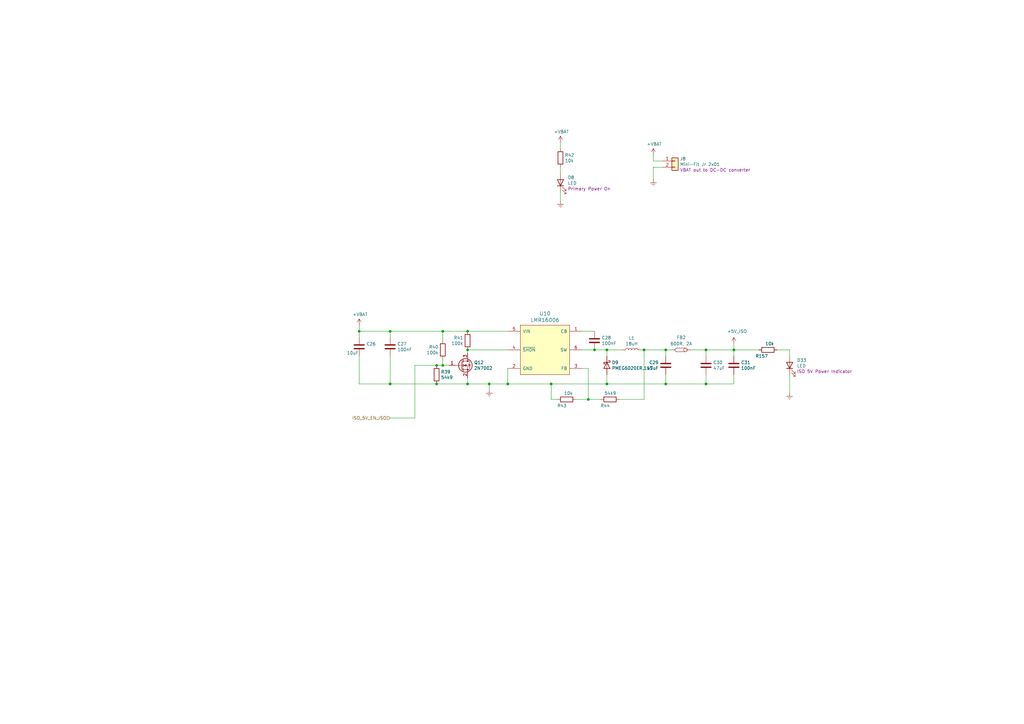
<source format=kicad_sch>
(kicad_sch (version 20211123) (generator eeschema)

  (uuid bb59b92a-e4d0-4b9e-82cd-26304f5c15b8)

  (paper "A3")

  (title_block
    (title "Loco Main Board")
    (date "2021-05-26")
    (rev "vA")
    (comment 1 "MJ")
  )

  (lib_symbols
    (symbol "RCAS_Connectors_Generic:Conn_01x02" (pin_names (offset 1.016) hide) (in_bom yes) (on_board yes)
      (property "Reference" "J" (id 0) (at 0 2.54 0)
        (effects (font (size 1.27 1.27)))
      )
      (property "Value" "Conn_01x02" (id 1) (at 0 -5.08 0)
        (effects (font (size 1.27 1.27)))
      )
      (property "Footprint" "" (id 2) (at 0 0 0)
        (effects (font (size 1.27 1.27)) hide)
      )
      (property "Datasheet" "~" (id 3) (at 0 0 0)
        (effects (font (size 1.27 1.27)) hide)
      )
      (property "ki_keywords" "connector" (id 4) (at 0 0 0)
        (effects (font (size 1.27 1.27)) hide)
      )
      (property "ki_description" "Generic connector, single row, 01x02, script generated (kicad-library-utils/schlib/autogen/connector/)" (id 5) (at 0 0 0)
        (effects (font (size 1.27 1.27)) hide)
      )
      (property "ki_fp_filters" "Connector*:*_1x??_*" (id 6) (at 0 0 0)
        (effects (font (size 1.27 1.27)) hide)
      )
      (symbol "Conn_01x02_1_1"
        (rectangle (start -1.27 -2.413) (end 0 -2.667)
          (stroke (width 0.1524) (type default) (color 0 0 0 0))
          (fill (type none))
        )
        (rectangle (start -1.27 0.127) (end 0 -0.127)
          (stroke (width 0.1524) (type default) (color 0 0 0 0))
          (fill (type none))
        )
        (rectangle (start -1.27 1.27) (end 1.27 -3.81)
          (stroke (width 0.254) (type default) (color 0 0 0 0))
          (fill (type background))
        )
        (pin passive line (at -5.08 0 0) (length 3.81)
          (name "Pin_1" (effects (font (size 1.27 1.27))))
          (number "1" (effects (font (size 1.27 1.27))))
        )
        (pin passive line (at -5.08 -2.54 0) (length 3.81)
          (name "Pin_2" (effects (font (size 1.27 1.27))))
          (number "2" (effects (font (size 1.27 1.27))))
        )
      )
    )
    (symbol "RCAS_Diodes:D_Schottky" (pin_numbers hide) (pin_names (offset 1.016) hide) (in_bom yes) (on_board yes)
      (property "Reference" "D" (id 0) (at 0 2.54 0)
        (effects (font (size 1.27 1.27)))
      )
      (property "Value" "D_Schottky" (id 1) (at 0 -2.54 0)
        (effects (font (size 1.27 1.27)))
      )
      (property "Footprint" "" (id 2) (at 0 0 0)
        (effects (font (size 1.27 1.27)) hide)
      )
      (property "Datasheet" "~" (id 3) (at 0 0 0)
        (effects (font (size 1.27 1.27)) hide)
      )
      (property "ki_keywords" "diode Schottky" (id 4) (at 0 0 0)
        (effects (font (size 1.27 1.27)) hide)
      )
      (property "ki_description" "Schottky diode" (id 5) (at 0 0 0)
        (effects (font (size 1.27 1.27)) hide)
      )
      (property "ki_fp_filters" "TO-???* *_Diode_* *SingleDiode* D_*" (id 6) (at 0 0 0)
        (effects (font (size 1.27 1.27)) hide)
      )
      (symbol "D_Schottky_0_1"
        (polyline
          (pts
            (xy 1.27 0)
            (xy -1.27 0)
          )
          (stroke (width 0) (type default) (color 0 0 0 0))
          (fill (type none))
        )
        (polyline
          (pts
            (xy 1.27 1.27)
            (xy 1.27 -1.27)
            (xy -1.27 0)
            (xy 1.27 1.27)
          )
          (stroke (width 0.254) (type default) (color 0 0 0 0))
          (fill (type none))
        )
        (polyline
          (pts
            (xy -1.905 0.635)
            (xy -1.905 1.27)
            (xy -1.27 1.27)
            (xy -1.27 -1.27)
            (xy -0.635 -1.27)
            (xy -0.635 -0.635)
          )
          (stroke (width 0.254) (type default) (color 0 0 0 0))
          (fill (type none))
        )
      )
      (symbol "D_Schottky_1_1"
        (pin passive line (at -3.81 0 0) (length 2.54)
          (name "K" (effects (font (size 1.27 1.27))))
          (number "1" (effects (font (size 1.27 1.27))))
        )
        (pin passive line (at 3.81 0 180) (length 2.54)
          (name "A" (effects (font (size 1.27 1.27))))
          (number "2" (effects (font (size 1.27 1.27))))
        )
      )
    )
    (symbol "RCAS_FETs:Q_NMOS_GSD" (pin_names (offset 0) hide) (in_bom yes) (on_board yes)
      (property "Reference" "Q" (id 0) (at 5.08 1.27 0)
        (effects (font (size 1.27 1.27)) (justify left))
      )
      (property "Value" "Q_NMOS_GSD" (id 1) (at 5.08 -1.27 0)
        (effects (font (size 1.27 1.27)) (justify left))
      )
      (property "Footprint" "" (id 2) (at 5.08 2.54 0)
        (effects (font (size 1.27 1.27)) hide)
      )
      (property "Datasheet" "~" (id 3) (at 0 0 0)
        (effects (font (size 1.27 1.27)) hide)
      )
      (property "ki_keywords" "transistor NMOS N-MOS N-MOSFET" (id 4) (at 0 0 0)
        (effects (font (size 1.27 1.27)) hide)
      )
      (property "ki_description" "N-MOSFET transistor, gate/source/drain" (id 5) (at 0 0 0)
        (effects (font (size 1.27 1.27)) hide)
      )
      (symbol "Q_NMOS_GSD_0_1"
        (polyline
          (pts
            (xy 0.254 0)
            (xy -2.54 0)
          )
          (stroke (width 0) (type default) (color 0 0 0 0))
          (fill (type none))
        )
        (polyline
          (pts
            (xy 0.254 1.905)
            (xy 0.254 -1.905)
          )
          (stroke (width 0.254) (type default) (color 0 0 0 0))
          (fill (type none))
        )
        (polyline
          (pts
            (xy 0.762 -1.27)
            (xy 0.762 -2.286)
          )
          (stroke (width 0.254) (type default) (color 0 0 0 0))
          (fill (type none))
        )
        (polyline
          (pts
            (xy 0.762 0.508)
            (xy 0.762 -0.508)
          )
          (stroke (width 0.254) (type default) (color 0 0 0 0))
          (fill (type none))
        )
        (polyline
          (pts
            (xy 0.762 2.286)
            (xy 0.762 1.27)
          )
          (stroke (width 0.254) (type default) (color 0 0 0 0))
          (fill (type none))
        )
        (polyline
          (pts
            (xy 2.54 2.54)
            (xy 2.54 1.778)
          )
          (stroke (width 0) (type default) (color 0 0 0 0))
          (fill (type none))
        )
        (polyline
          (pts
            (xy 2.54 -2.54)
            (xy 2.54 0)
            (xy 0.762 0)
          )
          (stroke (width 0) (type default) (color 0 0 0 0))
          (fill (type none))
        )
        (polyline
          (pts
            (xy 0.762 -1.778)
            (xy 3.302 -1.778)
            (xy 3.302 1.778)
            (xy 0.762 1.778)
          )
          (stroke (width 0) (type default) (color 0 0 0 0))
          (fill (type none))
        )
        (polyline
          (pts
            (xy 1.016 0)
            (xy 2.032 0.381)
            (xy 2.032 -0.381)
            (xy 1.016 0)
          )
          (stroke (width 0) (type default) (color 0 0 0 0))
          (fill (type outline))
        )
        (polyline
          (pts
            (xy 2.794 0.508)
            (xy 2.921 0.381)
            (xy 3.683 0.381)
            (xy 3.81 0.254)
          )
          (stroke (width 0) (type default) (color 0 0 0 0))
          (fill (type none))
        )
        (polyline
          (pts
            (xy 3.302 0.381)
            (xy 2.921 -0.254)
            (xy 3.683 -0.254)
            (xy 3.302 0.381)
          )
          (stroke (width 0) (type default) (color 0 0 0 0))
          (fill (type none))
        )
        (circle (center 1.651 0) (radius 2.794)
          (stroke (width 0.254) (type default) (color 0 0 0 0))
          (fill (type none))
        )
        (circle (center 2.54 -1.778) (radius 0.254)
          (stroke (width 0) (type default) (color 0 0 0 0))
          (fill (type outline))
        )
        (circle (center 2.54 1.778) (radius 0.254)
          (stroke (width 0) (type default) (color 0 0 0 0))
          (fill (type outline))
        )
      )
      (symbol "Q_NMOS_GSD_1_1"
        (pin input line (at -5.08 0 0) (length 2.54)
          (name "G" (effects (font (size 1.27 1.27))))
          (number "1" (effects (font (size 1.27 1.27))))
        )
        (pin passive line (at 2.54 -5.08 90) (length 2.54)
          (name "S" (effects (font (size 1.27 1.27))))
          (number "2" (effects (font (size 1.27 1.27))))
        )
        (pin passive line (at 2.54 5.08 270) (length 2.54)
          (name "D" (effects (font (size 1.27 1.27))))
          (number "3" (effects (font (size 1.27 1.27))))
        )
      )
    )
    (symbol "RCAS_LEDs:LED" (pin_numbers hide) (pin_names (offset 1.016) hide) (in_bom yes) (on_board yes)
      (property "Reference" "D" (id 0) (at 0 2.54 0)
        (effects (font (size 1.27 1.27)))
      )
      (property "Value" "LED" (id 1) (at 0 -2.54 0)
        (effects (font (size 1.27 1.27)))
      )
      (property "Footprint" "" (id 2) (at 0 0 0)
        (effects (font (size 1.27 1.27)) hide)
      )
      (property "Datasheet" "~" (id 3) (at 0 0 0)
        (effects (font (size 1.27 1.27)) hide)
      )
      (property "ki_keywords" "LED diode" (id 4) (at 0 0 0)
        (effects (font (size 1.27 1.27)) hide)
      )
      (property "ki_description" "Light emitting diode" (id 5) (at 0 0 0)
        (effects (font (size 1.27 1.27)) hide)
      )
      (property "ki_fp_filters" "LED* LED_SMD:* LED_THT:*" (id 6) (at 0 0 0)
        (effects (font (size 1.27 1.27)) hide)
      )
      (symbol "LED_0_1"
        (polyline
          (pts
            (xy -1.27 -1.27)
            (xy -1.27 1.27)
          )
          (stroke (width 0.254) (type default) (color 0 0 0 0))
          (fill (type none))
        )
        (polyline
          (pts
            (xy -1.27 0)
            (xy 1.27 0)
          )
          (stroke (width 0) (type default) (color 0 0 0 0))
          (fill (type none))
        )
        (polyline
          (pts
            (xy 1.27 -1.27)
            (xy 1.27 1.27)
            (xy -1.27 0)
            (xy 1.27 -1.27)
          )
          (stroke (width 0.254) (type default) (color 0 0 0 0))
          (fill (type none))
        )
        (polyline
          (pts
            (xy -3.048 -0.762)
            (xy -4.572 -2.286)
            (xy -3.81 -2.286)
            (xy -4.572 -2.286)
            (xy -4.572 -1.524)
          )
          (stroke (width 0) (type default) (color 0 0 0 0))
          (fill (type none))
        )
        (polyline
          (pts
            (xy -1.778 -0.762)
            (xy -3.302 -2.286)
            (xy -2.54 -2.286)
            (xy -3.302 -2.286)
            (xy -3.302 -1.524)
          )
          (stroke (width 0) (type default) (color 0 0 0 0))
          (fill (type none))
        )
      )
      (symbol "LED_1_1"
        (pin passive line (at -3.81 0 0) (length 2.54)
          (name "K" (effects (font (size 1.27 1.27))))
          (number "1" (effects (font (size 1.27 1.27))))
        )
        (pin passive line (at 3.81 0 180) (length 2.54)
          (name "A" (effects (font (size 1.27 1.27))))
          (number "2" (effects (font (size 1.27 1.27))))
        )
      )
    )
    (symbol "RCAS_Passives:Capacitor" (pin_numbers hide) (pin_names (offset 0.254)) (in_bom yes) (on_board yes)
      (property "Reference" "C" (id 0) (at 0.635 2.54 0)
        (effects (font (size 1.27 1.27)) (justify left))
      )
      (property "Value" "Capacitor" (id 1) (at 0.635 -2.54 0)
        (effects (font (size 1.27 1.27)) (justify left))
      )
      (property "Footprint" "" (id 2) (at 0.9652 -3.81 0)
        (effects (font (size 1.27 1.27)) hide)
      )
      (property "Datasheet" "~" (id 3) (at 0 0 0)
        (effects (font (size 1.27 1.27)) hide)
      )
      (property "ki_keywords" "cap capacitor" (id 4) (at 0 0 0)
        (effects (font (size 1.27 1.27)) hide)
      )
      (property "ki_description" "Unpolarized capacitor" (id 5) (at 0 0 0)
        (effects (font (size 1.27 1.27)) hide)
      )
      (property "ki_fp_filters" "C_*" (id 6) (at 0 0 0)
        (effects (font (size 1.27 1.27)) hide)
      )
      (symbol "Capacitor_0_1"
        (polyline
          (pts
            (xy -2.032 -0.762)
            (xy 2.032 -0.762)
          )
          (stroke (width 0.508) (type default) (color 0 0 0 0))
          (fill (type none))
        )
        (polyline
          (pts
            (xy -2.032 0.762)
            (xy 2.032 0.762)
          )
          (stroke (width 0.508) (type default) (color 0 0 0 0))
          (fill (type none))
        )
      )
      (symbol "Capacitor_1_1"
        (pin passive line (at 0 3.81 270) (length 2.794)
          (name "~" (effects (font (size 1.27 1.27))))
          (number "1" (effects (font (size 1.27 1.27))))
        )
        (pin passive line (at 0 -3.81 90) (length 2.794)
          (name "~" (effects (font (size 1.27 1.27))))
          (number "2" (effects (font (size 1.27 1.27))))
        )
      )
    )
    (symbol "RCAS_Passives:Ferrite_Bead" (pin_numbers hide) (pin_names (offset 0)) (in_bom yes) (on_board yes)
      (property "Reference" "FB" (id 0) (at -1.905 0.635 90)
        (effects (font (size 1.27 1.27)))
      )
      (property "Value" "Ferrite_Bead" (id 1) (at 1.905 0.635 90)
        (effects (font (size 1.27 1.27)))
      )
      (property "Footprint" "" (id 2) (at -3.048 1.27 90)
        (effects (font (size 1.27 1.27)) hide)
      )
      (property "Datasheet" "~" (id 3) (at -1.27 1.27 0)
        (effects (font (size 1.27 1.27)) hide)
      )
      (property "ki_keywords" "L ferrite bead inductor filter" (id 4) (at 0 0 0)
        (effects (font (size 1.27 1.27)) hide)
      )
      (property "ki_description" "Ferrite bead" (id 5) (at 0 0 0)
        (effects (font (size 1.27 1.27)) hide)
      )
      (property "ki_fp_filters" "Inductor_* L_* *Ferrite*" (id 6) (at 0 0 0)
        (effects (font (size 1.27 1.27)) hide)
      )
      (symbol "Ferrite_Bead_0_1"
        (arc (start -0.762 -1.778) (mid 0 -2.54) (end 0.762 -1.778)
          (stroke (width 0) (type default) (color 0 0 0 0))
          (fill (type none))
        )
        (polyline
          (pts
            (xy -0.762 -1.778)
            (xy -0.762 1.778)
          )
          (stroke (width 0) (type default) (color 0 0 0 0))
          (fill (type none))
        )
        (polyline
          (pts
            (xy 0.762 -1.778)
            (xy 0.762 1.778)
          )
          (stroke (width 0) (type default) (color 0 0 0 0))
          (fill (type none))
        )
        (circle (center 0 1.778) (radius 0.762)
          (stroke (width 0) (type default) (color 0 0 0 0))
          (fill (type none))
        )
      )
      (symbol "Ferrite_Bead_1_1"
        (pin passive line (at 0 3.81 270) (length 2.032)
          (name "~" (effects (font (size 1.27 1.27))))
          (number "1" (effects (font (size 1.27 1.27))))
        )
        (pin passive line (at 0 -3.81 90) (length 1.27)
          (name "~" (effects (font (size 1.27 1.27))))
          (number "2" (effects (font (size 1.27 1.27))))
        )
      )
    )
    (symbol "RCAS_Passives:Inductor" (pin_numbers hide) (pin_names (offset 1.016) hide) (in_bom yes) (on_board yes)
      (property "Reference" "L" (id 0) (at -1.27 0 90)
        (effects (font (size 1.27 1.27)))
      )
      (property "Value" "Inductor" (id 1) (at 1.905 0 90)
        (effects (font (size 1.27 1.27)))
      )
      (property "Footprint" "" (id 2) (at 0 0 0)
        (effects (font (size 1.27 1.27)) hide)
      )
      (property "Datasheet" "~" (id 3) (at 0 0 0)
        (effects (font (size 1.27 1.27)) hide)
      )
      (property "ki_keywords" "inductor choke coil reactor magnetic" (id 4) (at 0 0 0)
        (effects (font (size 1.27 1.27)) hide)
      )
      (property "ki_description" "Inductor" (id 5) (at 0 0 0)
        (effects (font (size 1.27 1.27)) hide)
      )
      (property "ki_fp_filters" "Choke_* *Coil* Inductor_* L_*" (id 6) (at 0 0 0)
        (effects (font (size 1.27 1.27)) hide)
      )
      (symbol "Inductor_0_1"
        (arc (start 0 -2.54) (mid 0.635 -1.905) (end 0 -1.27)
          (stroke (width 0) (type default) (color 0 0 0 0))
          (fill (type none))
        )
        (arc (start 0 -1.27) (mid 0.635 -0.635) (end 0 0)
          (stroke (width 0) (type default) (color 0 0 0 0))
          (fill (type none))
        )
        (arc (start 0 0) (mid 0.635 0.635) (end 0 1.27)
          (stroke (width 0) (type default) (color 0 0 0 0))
          (fill (type none))
        )
        (arc (start 0 1.27) (mid 0.635 1.905) (end 0 2.54)
          (stroke (width 0) (type default) (color 0 0 0 0))
          (fill (type none))
        )
      )
      (symbol "Inductor_1_1"
        (pin passive line (at 0 3.81 270) (length 1.27)
          (name "1" (effects (font (size 1.27 1.27))))
          (number "1" (effects (font (size 1.27 1.27))))
        )
        (pin passive line (at 0 -3.81 90) (length 1.27)
          (name "2" (effects (font (size 1.27 1.27))))
          (number "2" (effects (font (size 1.27 1.27))))
        )
      )
    )
    (symbol "RCAS_Passives:Resistor" (pin_numbers hide) (pin_names (offset 0)) (in_bom yes) (on_board yes)
      (property "Reference" "R" (id 0) (at 2.032 0 90)
        (effects (font (size 1.27 1.27)))
      )
      (property "Value" "Resistor" (id 1) (at 0 0 90)
        (effects (font (size 1.27 1.27)))
      )
      (property "Footprint" "" (id 2) (at -1.778 0 90)
        (effects (font (size 1.27 1.27)) hide)
      )
      (property "Datasheet" "~" (id 3) (at 0 0 0)
        (effects (font (size 1.27 1.27)) hide)
      )
      (property "ki_keywords" "R res resistor" (id 4) (at 0 0 0)
        (effects (font (size 1.27 1.27)) hide)
      )
      (property "ki_description" "Resistor" (id 5) (at 0 0 0)
        (effects (font (size 1.27 1.27)) hide)
      )
      (property "ki_fp_filters" "R_*" (id 6) (at 0 0 0)
        (effects (font (size 1.27 1.27)) hide)
      )
      (symbol "Resistor_0_1"
        (rectangle (start -1.016 -2.54) (end 1.016 2.54)
          (stroke (width 0.254) (type default) (color 0 0 0 0))
          (fill (type none))
        )
      )
      (symbol "Resistor_1_1"
        (pin passive line (at 0 3.81 270) (length 1.27)
          (name "~" (effects (font (size 1.27 1.27))))
          (number "1" (effects (font (size 1.27 1.27))))
        )
        (pin passive line (at 0 -3.81 90) (length 1.27)
          (name "~" (effects (font (size 1.27 1.27))))
          (number "2" (effects (font (size 1.27 1.27))))
        )
      )
    )
    (symbol "RCAS_Power_Symbols:+5V0_ISO" (power) (pin_names (offset 0)) (in_bom yes) (on_board yes)
      (property "Reference" "#PWR" (id 0) (at 0 -3.81 0)
        (effects (font (size 1.27 1.27)) hide)
      )
      (property "Value" "+5V0_ISO" (id 1) (at 0 3.556 0)
        (effects (font (size 1.27 1.27)))
      )
      (property "Footprint" "" (id 2) (at 0 0 0)
        (effects (font (size 1.27 1.27)) hide)
      )
      (property "Datasheet" "" (id 3) (at 0 0 0)
        (effects (font (size 1.27 1.27)) hide)
      )
      (property "ki_keywords" "power-flag" (id 4) (at 0 0 0)
        (effects (font (size 1.27 1.27)) hide)
      )
      (property "ki_description" "Power symbol creates a global label with name \"+5V0_ISO\"" (id 5) (at 0 0 0)
        (effects (font (size 1.27 1.27)) hide)
      )
      (symbol "+5V0_ISO_0_1"
        (polyline
          (pts
            (xy -0.762 1.27)
            (xy 0 2.54)
          )
          (stroke (width 0) (type default) (color 0 0 0 0))
          (fill (type none))
        )
        (polyline
          (pts
            (xy 0 0)
            (xy 0 2.54)
          )
          (stroke (width 0) (type default) (color 0 0 0 0))
          (fill (type none))
        )
        (polyline
          (pts
            (xy 0 2.54)
            (xy 0.762 1.27)
          )
          (stroke (width 0) (type default) (color 0 0 0 0))
          (fill (type none))
        )
      )
      (symbol "+5V0_ISO_1_1"
        (pin power_in line (at 0 0 90) (length 0) hide
          (name "+5V_ISO" (effects (font (size 1.27 1.27))))
          (number "1" (effects (font (size 1.27 1.27))))
        )
      )
    )
    (symbol "RCAS_Power_Symbols:+VBAT" (power) (pin_names (offset 0)) (in_bom yes) (on_board yes)
      (property "Reference" "#PWR" (id 0) (at 0 -3.81 0)
        (effects (font (size 1.27 1.27)) hide)
      )
      (property "Value" "+VBAT" (id 1) (at 0 3.556 0)
        (effects (font (size 1.27 1.27)))
      )
      (property "Footprint" "" (id 2) (at 0 0 0)
        (effects (font (size 1.27 1.27)) hide)
      )
      (property "Datasheet" "" (id 3) (at 0 0 0)
        (effects (font (size 1.27 1.27)) hide)
      )
      (property "ki_keywords" "power-flag" (id 4) (at 0 0 0)
        (effects (font (size 1.27 1.27)) hide)
      )
      (property "ki_description" "Power symbol creates a global label with name \"+VBAT\"" (id 5) (at 0 0 0)
        (effects (font (size 1.27 1.27)) hide)
      )
      (symbol "+VBAT_0_1"
        (polyline
          (pts
            (xy -0.762 1.27)
            (xy 0 2.54)
          )
          (stroke (width 0) (type default) (color 0 0 0 0))
          (fill (type none))
        )
        (polyline
          (pts
            (xy 0 0)
            (xy 0 2.54)
          )
          (stroke (width 0) (type default) (color 0 0 0 0))
          (fill (type none))
        )
        (polyline
          (pts
            (xy 0 2.54)
            (xy 0.762 1.27)
          )
          (stroke (width 0) (type default) (color 0 0 0 0))
          (fill (type none))
        )
      )
      (symbol "+VBAT_1_1"
        (pin power_in line (at 0 0 90) (length 0) hide
          (name "+VBAT" (effects (font (size 1.27 1.27))))
          (number "1" (effects (font (size 1.27 1.27))))
        )
      )
    )
    (symbol "RCAS_Power_Symbols:+VBAT_Enabled" (power) (pin_names (offset 0)) (in_bom yes) (on_board yes)
      (property "Reference" "#PWR" (id 0) (at 0 -3.81 0)
        (effects (font (size 1.27 1.27)) hide)
      )
      (property "Value" "+VBAT_Enabled" (id 1) (at 0 3.556 0)
        (effects (font (size 1.27 1.27)))
      )
      (property "Footprint" "" (id 2) (at 0 0 0)
        (effects (font (size 1.27 1.27)) hide)
      )
      (property "Datasheet" "" (id 3) (at 0 0 0)
        (effects (font (size 1.27 1.27)) hide)
      )
      (property "ki_keywords" "power-flag" (id 4) (at 0 0 0)
        (effects (font (size 1.27 1.27)) hide)
      )
      (property "ki_description" "Power symbol creates a global label with name \"+VBAT_Enabled\"" (id 5) (at 0 0 0)
        (effects (font (size 1.27 1.27)) hide)
      )
      (symbol "+VBAT_Enabled_0_1"
        (polyline
          (pts
            (xy -0.762 1.27)
            (xy 0 2.54)
          )
          (stroke (width 0) (type default) (color 0 0 0 0))
          (fill (type none))
        )
        (polyline
          (pts
            (xy 0 0)
            (xy 0 2.54)
          )
          (stroke (width 0) (type default) (color 0 0 0 0))
          (fill (type none))
        )
        (polyline
          (pts
            (xy 0 2.54)
            (xy 0.762 1.27)
          )
          (stroke (width 0) (type default) (color 0 0 0 0))
          (fill (type none))
        )
      )
      (symbol "+VBAT_Enabled_1_1"
        (pin power_in line (at 0 0 90) (length 0) hide
          (name "+VBAT" (effects (font (size 1.27 1.27))))
          (number "1" (effects (font (size 1.27 1.27))))
        )
      )
    )
    (symbol "RCAS_Power_Symbols:Earth" (power) (pin_names (offset 0)) (in_bom yes) (on_board yes)
      (property "Reference" "#PWR" (id 0) (at 0 -6.35 0)
        (effects (font (size 1.27 1.27)) hide)
      )
      (property "Value" "Earth" (id 1) (at 0 -3.81 0)
        (effects (font (size 1.27 1.27)) hide)
      )
      (property "Footprint" "" (id 2) (at 0 0 0)
        (effects (font (size 1.27 1.27)) hide)
      )
      (property "Datasheet" "~" (id 3) (at 0 0 0)
        (effects (font (size 1.27 1.27)) hide)
      )
      (property "ki_keywords" "power-flag ground gnd" (id 4) (at 0 0 0)
        (effects (font (size 1.27 1.27)) hide)
      )
      (property "ki_description" "Power symbol creates a global label with name \"Earth\"" (id 5) (at 0 0 0)
        (effects (font (size 1.27 1.27)) hide)
      )
      (symbol "Earth_0_1"
        (polyline
          (pts
            (xy -0.635 -1.905)
            (xy 0.635 -1.905)
          )
          (stroke (width 0) (type default) (color 0 0 0 0))
          (fill (type none))
        )
        (polyline
          (pts
            (xy -0.127 -2.54)
            (xy 0.127 -2.54)
          )
          (stroke (width 0) (type default) (color 0 0 0 0))
          (fill (type none))
        )
        (polyline
          (pts
            (xy 0 -1.27)
            (xy 0 0)
          )
          (stroke (width 0) (type default) (color 0 0 0 0))
          (fill (type none))
        )
        (polyline
          (pts
            (xy 1.27 -1.27)
            (xy -1.27 -1.27)
          )
          (stroke (width 0) (type default) (color 0 0 0 0))
          (fill (type none))
        )
      )
      (symbol "Earth_1_1"
        (pin power_in line (at 0 0 270) (length 0) hide
          (name "Earth" (effects (font (size 1.27 1.27))))
          (number "1" (effects (font (size 1.27 1.27))))
        )
      )
    )
    (symbol "RCAS_Regulators_Switch-Mode:LMR16006" (pin_names (offset 1.016)) (in_bom yes) (on_board yes)
      (property "Reference" "U?" (id 0) (at 0 13.97 0)
        (effects (font (size 1.524 1.524)))
      )
      (property "Value" "LMR16006" (id 1) (at 0 11.43 0)
        (effects (font (size 1.524 1.524)))
      )
      (property "Footprint" "" (id 2) (at -2.54 3.81 0)
        (effects (font (size 1.524 1.524)) hide)
      )
      (property "Datasheet" "" (id 3) (at -2.54 3.81 0)
        (effects (font (size 1.524 1.524)) hide)
      )
      (property "ki_description" "LMR16006 synchronous step-down voltage converter, 600mA, 4-60V Input, SOT-23" (id 4) (at 0 0 0)
        (effects (font (size 1.27 1.27)) hide)
      )
      (symbol "LMR16006_0_1"
        (rectangle (start 10.16 10.16) (end -10.16 -10.16)
          (stroke (width 0) (type default) (color 0 0 0 0))
          (fill (type background))
        )
      )
      (symbol "LMR16006_1_1"
        (pin output line (at 15.24 7.62 180) (length 5.08)
          (name "CB" (effects (font (size 1.27 1.27))))
          (number "1" (effects (font (size 1.27 1.27))))
        )
        (pin power_in line (at -15.24 -7.62 0) (length 5.08)
          (name "GND" (effects (font (size 1.27 1.27))))
          (number "2" (effects (font (size 1.27 1.27))))
        )
        (pin input line (at 15.24 -7.62 180) (length 5.08)
          (name "FB" (effects (font (size 1.27 1.27))))
          (number "3" (effects (font (size 1.27 1.27))))
        )
        (pin input line (at -15.24 0 0) (length 5.08)
          (name "~{SHDN}" (effects (font (size 1.27 1.27))))
          (number "4" (effects (font (size 1.27 1.27))))
        )
        (pin power_in line (at -15.24 7.62 0) (length 5.08)
          (name "VIN" (effects (font (size 1.27 1.27))))
          (number "5" (effects (font (size 1.27 1.27))))
        )
        (pin power_out line (at 15.24 0 180) (length 5.08)
          (name "SW" (effects (font (size 1.27 1.27))))
          (number "6" (effects (font (size 1.27 1.27))))
        )
      )
    )
  )

  (junction (at 289.56 143.51) (diameter 0) (color 0 0 0 0)
    (uuid 123968c6-74e7-4754-8c36-08ea08e42555)
  )
  (junction (at 243.84 143.51) (diameter 0) (color 0 0 0 0)
    (uuid 1cb22080-0f59-4c18-a6e6-8685ef44ec53)
  )
  (junction (at 179.07 157.48) (diameter 0) (color 0 0 0 0)
    (uuid 1cc5480b-56b7-4379-98e2-ccafc88911a7)
  )
  (junction (at 208.28 157.48) (diameter 0) (color 0 0 0 0)
    (uuid 235067e2-1686-40fe-a9a0-61704311b2b1)
  )
  (junction (at 264.16 143.51) (diameter 0) (color 0 0 0 0)
    (uuid 2a6075ae-c7fa-41db-86b8-3f996740bdc2)
  )
  (junction (at 147.32 135.89) (diameter 0) (color 0 0 0 0)
    (uuid 3efa2ece-8f3f-4a8c-96e9-6ab3ec6f1f70)
  )
  (junction (at 241.3 163.83) (diameter 0) (color 0 0 0 0)
    (uuid 5f6afe3e-3cb2-473a-819c-dc94ae52a6be)
  )
  (junction (at 248.92 143.51) (diameter 0) (color 0 0 0 0)
    (uuid 6cb93665-0bcd-4104-8633-fffd1811eee0)
  )
  (junction (at 289.56 157.48) (diameter 0) (color 0 0 0 0)
    (uuid 725cdf26-4b92-46db-bca9-10d930002dda)
  )
  (junction (at 200.66 157.48) (diameter 0) (color 0 0 0 0)
    (uuid 7744b6ee-910d-401d-b730-65c35d3d8092)
  )
  (junction (at 191.77 157.48) (diameter 0) (color 0 0 0 0)
    (uuid 775e8983-a723-43c5-bf00-61681f0840f3)
  )
  (junction (at 300.99 143.51) (diameter 0) (color 0 0 0 0)
    (uuid 79451892-db6b-4999-916d-6392174ee493)
  )
  (junction (at 179.07 149.86) (diameter 0) (color 0 0 0 0)
    (uuid 7bea05d4-1dec-4cd6-aa53-302dde803254)
  )
  (junction (at 273.05 143.51) (diameter 0) (color 0 0 0 0)
    (uuid 888fd7cb-2fc6-480c-bcfa-0b71303087d3)
  )
  (junction (at 181.61 149.86) (diameter 0) (color 0 0 0 0)
    (uuid 89c9afdc-c346-4300-a392-5f9dd8c1e5bd)
  )
  (junction (at 248.92 157.48) (diameter 0) (color 0 0 0 0)
    (uuid 99186658-0361-40ba-ae93-62f23c5622e6)
  )
  (junction (at 160.02 157.48) (diameter 0) (color 0 0 0 0)
    (uuid a0e7a81b-2259-4f8d-8368-ba75f2004714)
  )
  (junction (at 273.05 157.48) (diameter 0) (color 0 0 0 0)
    (uuid aa1c6f47-cbd4-4cbd-8265-e5ac08b7ffc8)
  )
  (junction (at 191.77 143.51) (diameter 0) (color 0 0 0 0)
    (uuid b854a395-bfc6-4140-9640-75d4f9296771)
  )
  (junction (at 226.06 157.48) (diameter 0) (color 0 0 0 0)
    (uuid be6b17f9-34f5-44e9-a4c7-725d2e274a9d)
  )
  (junction (at 160.02 135.89) (diameter 0) (color 0 0 0 0)
    (uuid c873689a-d206-42f5-aead-9199b4d63f51)
  )
  (junction (at 181.61 135.89) (diameter 0) (color 0 0 0 0)
    (uuid cee2f43a-7d22-4585-a857-73949bd17a9d)
  )
  (junction (at 191.77 135.89) (diameter 0) (color 0 0 0 0)
    (uuid f345e52a-8e0a-425a-b438-90809dd3b799)
  )

  (wire (pts (xy 273.05 153.67) (xy 273.05 157.48))
    (stroke (width 0) (type default) (color 0 0 0 0))
    (uuid 083becc8-e25d-4206-9636-55457650bbe3)
  )
  (wire (pts (xy 289.56 146.05) (xy 289.56 143.51))
    (stroke (width 0) (type default) (color 0 0 0 0))
    (uuid 0b9f21ed-3d41-4f23-ae45-74117a5f3153)
  )
  (wire (pts (xy 208.28 135.89) (xy 191.77 135.89))
    (stroke (width 0) (type default) (color 0 0 0 0))
    (uuid 0cbeb329-a88d-4a47-a5c2-a1d693de2f8c)
  )
  (wire (pts (xy 228.6 163.83) (xy 226.06 163.83))
    (stroke (width 0) (type default) (color 0 0 0 0))
    (uuid 0d993e48-cea3-4104-9c5a-d8f97b64a3ac)
  )
  (wire (pts (xy 246.38 163.83) (xy 241.3 163.83))
    (stroke (width 0) (type default) (color 0 0 0 0))
    (uuid 0f560957-a8c5-442f-b20c-c2d88613742c)
  )
  (wire (pts (xy 300.99 153.67) (xy 300.99 157.48))
    (stroke (width 0) (type default) (color 0 0 0 0))
    (uuid 10d8ad0e-6a08-4053-92aa-23a15910fd21)
  )
  (wire (pts (xy 229.87 58.42) (xy 229.87 60.96))
    (stroke (width 0) (type default) (color 0 0 0 0))
    (uuid 18f1018d-5857-4c32-a072-f3de80352f74)
  )
  (wire (pts (xy 241.3 163.83) (xy 241.3 151.13))
    (stroke (width 0) (type default) (color 0 0 0 0))
    (uuid 20901d7e-a300-4069-8967-a6a7e97a68bc)
  )
  (wire (pts (xy 160.02 138.43) (xy 160.02 135.89))
    (stroke (width 0) (type default) (color 0 0 0 0))
    (uuid 212bf70c-2324-47d9-8700-59771063baeb)
  )
  (wire (pts (xy 323.85 153.67) (xy 323.85 161.29))
    (stroke (width 0) (type default) (color 0 0 0 0))
    (uuid 26bc8641-9bca-4204-9709-deedbe202a36)
  )
  (wire (pts (xy 300.99 157.48) (xy 289.56 157.48))
    (stroke (width 0) (type default) (color 0 0 0 0))
    (uuid 2b64d2cb-d62a-4762-97ea-f1b0d4293c4f)
  )
  (wire (pts (xy 248.92 153.67) (xy 248.92 157.48))
    (stroke (width 0) (type default) (color 0 0 0 0))
    (uuid 2de1ffee-2174-41d2-8969-68b8d21e5a7d)
  )
  (wire (pts (xy 267.97 66.04) (xy 271.78 66.04))
    (stroke (width 0) (type default) (color 0 0 0 0))
    (uuid 2f424da3-8fae-4941-bc6d-20044787372f)
  )
  (wire (pts (xy 323.85 143.51) (xy 318.77 143.51))
    (stroke (width 0) (type default) (color 0 0 0 0))
    (uuid 3993c707-5291-41b6-83c0-d1c09cb3833a)
  )
  (wire (pts (xy 289.56 153.67) (xy 289.56 157.48))
    (stroke (width 0) (type default) (color 0 0 0 0))
    (uuid 3e3d55c8-e0ea-48fb-8421-a84b7cb7055b)
  )
  (wire (pts (xy 236.22 163.83) (xy 241.3 163.83))
    (stroke (width 0) (type default) (color 0 0 0 0))
    (uuid 422b10b9-e829-44a2-8808-05edd8cb3050)
  )
  (wire (pts (xy 147.32 133.35) (xy 147.32 135.89))
    (stroke (width 0) (type default) (color 0 0 0 0))
    (uuid 430d6d73-9de6-41ca-b788-178d709f4aae)
  )
  (wire (pts (xy 181.61 135.89) (xy 160.02 135.89))
    (stroke (width 0) (type default) (color 0 0 0 0))
    (uuid 44035e53-ff94-45ad-801f-55a1ce042a0d)
  )
  (wire (pts (xy 275.59 143.51) (xy 273.05 143.51))
    (stroke (width 0) (type default) (color 0 0 0 0))
    (uuid 4a7e3849-3bc9-4bb3-b16a-fab2f5cee0e5)
  )
  (wire (pts (xy 289.56 143.51) (xy 300.99 143.51))
    (stroke (width 0) (type default) (color 0 0 0 0))
    (uuid 5f312b85-6822-40a3-b417-2df49696ca2d)
  )
  (wire (pts (xy 200.66 157.48) (xy 208.28 157.48))
    (stroke (width 0) (type default) (color 0 0 0 0))
    (uuid 633292d3-80c5-4986-be82-ce926e9f09f4)
  )
  (wire (pts (xy 191.77 157.48) (xy 179.07 157.48))
    (stroke (width 0) (type default) (color 0 0 0 0))
    (uuid 6a2bcc72-047b-4846-8583-1109e3552669)
  )
  (wire (pts (xy 191.77 143.51) (xy 191.77 144.78))
    (stroke (width 0) (type default) (color 0 0 0 0))
    (uuid 6d0c9e39-9878-44c8-8283-9a59e45006fa)
  )
  (wire (pts (xy 208.28 157.48) (xy 226.06 157.48))
    (stroke (width 0) (type default) (color 0 0 0 0))
    (uuid 701e1517-e8cf-46f4-b538-98e721c97380)
  )
  (wire (pts (xy 273.05 146.05) (xy 273.05 143.51))
    (stroke (width 0) (type default) (color 0 0 0 0))
    (uuid 76afa8e0-9b3a-439d-843c-ad039d3b6354)
  )
  (wire (pts (xy 323.85 146.05) (xy 323.85 143.51))
    (stroke (width 0) (type default) (color 0 0 0 0))
    (uuid 78b44915-d68e-4488-a873-34767153ef98)
  )
  (wire (pts (xy 273.05 157.48) (xy 248.92 157.48))
    (stroke (width 0) (type default) (color 0 0 0 0))
    (uuid 7acd513a-187b-4936-9f93-2e521ce33ad5)
  )
  (wire (pts (xy 248.92 146.05) (xy 248.92 143.51))
    (stroke (width 0) (type default) (color 0 0 0 0))
    (uuid 7f2b3ce3-2f20-426d-b769-e0329b6a8111)
  )
  (wire (pts (xy 147.32 157.48) (xy 147.32 146.05))
    (stroke (width 0) (type default) (color 0 0 0 0))
    (uuid 7f9683c1-2203-43df-8fa1-719a0dc360df)
  )
  (wire (pts (xy 191.77 154.94) (xy 191.77 157.48))
    (stroke (width 0) (type default) (color 0 0 0 0))
    (uuid 810ed4ff-ffe2-4032-9af6-fb5ada3bae5b)
  )
  (wire (pts (xy 289.56 143.51) (xy 283.21 143.51))
    (stroke (width 0) (type default) (color 0 0 0 0))
    (uuid 8486c294-aa7e-43c3-b257-1ca3356dd17a)
  )
  (wire (pts (xy 229.87 71.12) (xy 229.87 68.58))
    (stroke (width 0) (type default) (color 0 0 0 0))
    (uuid 8bd46048-cab7-4adf-af9a-bc2710c1894c)
  )
  (wire (pts (xy 300.99 140.97) (xy 300.99 143.51))
    (stroke (width 0) (type default) (color 0 0 0 0))
    (uuid 8e295ed4-82cb-4d9f-8888-7ad2dd4d5129)
  )
  (wire (pts (xy 181.61 147.32) (xy 181.61 149.86))
    (stroke (width 0) (type default) (color 0 0 0 0))
    (uuid 8efee08b-b92e-4ba6-8722-c058e18114fe)
  )
  (wire (pts (xy 264.16 143.51) (xy 262.89 143.51))
    (stroke (width 0) (type default) (color 0 0 0 0))
    (uuid 8f12311d-6f4c-4d28-a5bc-d6cb462bade7)
  )
  (wire (pts (xy 160.02 171.45) (xy 170.18 171.45))
    (stroke (width 0) (type default) (color 0 0 0 0))
    (uuid 92848721-49b5-4e4c-b042-6fd51e1d562f)
  )
  (wire (pts (xy 254 163.83) (xy 264.16 163.83))
    (stroke (width 0) (type default) (color 0 0 0 0))
    (uuid 98970bf0-1168-4b4e-a1c9-3b0c8d7eaacf)
  )
  (wire (pts (xy 267.97 68.58) (xy 267.97 73.66))
    (stroke (width 0) (type default) (color 0 0 0 0))
    (uuid 992a2b00-5e28-4edd-88b5-994891512d8d)
  )
  (wire (pts (xy 179.07 157.48) (xy 160.02 157.48))
    (stroke (width 0) (type default) (color 0 0 0 0))
    (uuid 9a8ad8bb-d9a9-4b2b-bc88-ea6fd2676d45)
  )
  (wire (pts (xy 181.61 135.89) (xy 181.61 139.7))
    (stroke (width 0) (type default) (color 0 0 0 0))
    (uuid 9c607e49-ee5c-4e85-a7da-6fede9912412)
  )
  (wire (pts (xy 179.07 149.86) (xy 181.61 149.86))
    (stroke (width 0) (type default) (color 0 0 0 0))
    (uuid a5362821-c161-4c7a-a00c-40e1d7472d56)
  )
  (wire (pts (xy 273.05 143.51) (xy 264.16 143.51))
    (stroke (width 0) (type default) (color 0 0 0 0))
    (uuid a76a574b-1cac-43eb-81e6-0e2e278cea39)
  )
  (wire (pts (xy 243.84 143.51) (xy 248.92 143.51))
    (stroke (width 0) (type default) (color 0 0 0 0))
    (uuid a7f2e97b-29f3-44fd-bf8a-97a3c1528b61)
  )
  (wire (pts (xy 267.97 66.04) (xy 267.97 63.5))
    (stroke (width 0) (type default) (color 0 0 0 0))
    (uuid a7fc0812-140f-4d96-9cd8-ead8c1c610b1)
  )
  (wire (pts (xy 273.05 157.48) (xy 289.56 157.48))
    (stroke (width 0) (type default) (color 0 0 0 0))
    (uuid a92f3b72-ed6d-4d99-9da6-35771bec3c77)
  )
  (wire (pts (xy 160.02 157.48) (xy 147.32 157.48))
    (stroke (width 0) (type default) (color 0 0 0 0))
    (uuid b0054ce1-b60e-41de-a6a2-bf712784dd39)
  )
  (wire (pts (xy 226.06 163.83) (xy 226.06 157.48))
    (stroke (width 0) (type default) (color 0 0 0 0))
    (uuid b12e5309-5d01-40ef-a9c3-8453e00a555e)
  )
  (wire (pts (xy 147.32 135.89) (xy 160.02 135.89))
    (stroke (width 0) (type default) (color 0 0 0 0))
    (uuid be2983fa-f06e-485e-bea1-3dd96b916ec5)
  )
  (wire (pts (xy 170.18 171.45) (xy 170.18 149.86))
    (stroke (width 0) (type default) (color 0 0 0 0))
    (uuid c07eebcc-30d2-439d-8030-faea6ade4486)
  )
  (wire (pts (xy 264.16 163.83) (xy 264.16 143.51))
    (stroke (width 0) (type default) (color 0 0 0 0))
    (uuid c67ad10d-2f75-4ec6-a139-47058f7f06b2)
  )
  (wire (pts (xy 160.02 146.05) (xy 160.02 157.48))
    (stroke (width 0) (type default) (color 0 0 0 0))
    (uuid c8ab8246-b2bb-4b06-b45e-2548482466fd)
  )
  (wire (pts (xy 243.84 143.51) (xy 238.76 143.51))
    (stroke (width 0) (type default) (color 0 0 0 0))
    (uuid cbebc05a-c4dd-4baf-8c08-196e84e08b27)
  )
  (wire (pts (xy 241.3 151.13) (xy 238.76 151.13))
    (stroke (width 0) (type default) (color 0 0 0 0))
    (uuid cf21dfe3-ab4f-4ad9-b7cf-dc892d833b13)
  )
  (wire (pts (xy 208.28 143.51) (xy 191.77 143.51))
    (stroke (width 0) (type default) (color 0 0 0 0))
    (uuid d0cd3439-276c-41ba-b38d-f84f6da38415)
  )
  (wire (pts (xy 147.32 138.43) (xy 147.32 135.89))
    (stroke (width 0) (type default) (color 0 0 0 0))
    (uuid dc1d84c8-33da-4489-be8e-2a1de3001779)
  )
  (wire (pts (xy 200.66 160.02) (xy 200.66 157.48))
    (stroke (width 0) (type default) (color 0 0 0 0))
    (uuid dda1e6ca-91ec-4136-b90b-3c54d79454b9)
  )
  (wire (pts (xy 248.92 143.51) (xy 255.27 143.51))
    (stroke (width 0) (type default) (color 0 0 0 0))
    (uuid e0830067-5b66-4ce1-b2d1-aaa8af20baf7)
  )
  (wire (pts (xy 181.61 149.86) (xy 184.15 149.86))
    (stroke (width 0) (type default) (color 0 0 0 0))
    (uuid e300709f-6c72-488d-a598-efcbd6d3af54)
  )
  (wire (pts (xy 191.77 135.89) (xy 181.61 135.89))
    (stroke (width 0) (type default) (color 0 0 0 0))
    (uuid e5e5220d-5b7e-47da-a902-b997ec8d4d58)
  )
  (wire (pts (xy 229.87 78.74) (xy 229.87 82.55))
    (stroke (width 0) (type default) (color 0 0 0 0))
    (uuid e70d061b-28f0-4421-ad15-0598604086e8)
  )
  (wire (pts (xy 311.15 143.51) (xy 300.99 143.51))
    (stroke (width 0) (type default) (color 0 0 0 0))
    (uuid e76ec524-408a-4daa-89f6-0edfdbcfb621)
  )
  (wire (pts (xy 208.28 157.48) (xy 208.28 151.13))
    (stroke (width 0) (type default) (color 0 0 0 0))
    (uuid eac8d865-0226-4958-b547-6b5592f39713)
  )
  (wire (pts (xy 300.99 143.51) (xy 300.99 146.05))
    (stroke (width 0) (type default) (color 0 0 0 0))
    (uuid ee29d712-3378-4507-a00b-003526b29bb1)
  )
  (wire (pts (xy 191.77 157.48) (xy 200.66 157.48))
    (stroke (width 0) (type default) (color 0 0 0 0))
    (uuid f2480d0c-9b08-4037-9175-b2369af04d4c)
  )
  (wire (pts (xy 226.06 157.48) (xy 248.92 157.48))
    (stroke (width 0) (type default) (color 0 0 0 0))
    (uuid f56d244f-1fa4-4475-ac1d-f41eed31a48b)
  )
  (wire (pts (xy 170.18 149.86) (xy 179.07 149.86))
    (stroke (width 0) (type default) (color 0 0 0 0))
    (uuid f5bf5b4a-5213-48af-a5cd-0d67969d2de6)
  )
  (wire (pts (xy 271.78 68.58) (xy 267.97 68.58))
    (stroke (width 0) (type default) (color 0 0 0 0))
    (uuid f699494a-77d6-4c73-bd50-29c1c1c5b879)
  )
  (wire (pts (xy 238.76 135.89) (xy 243.84 135.89))
    (stroke (width 0) (type default) (color 0 0 0 0))
    (uuid f7447e92-4293-41c4-be3f-69b30aad1f17)
  )

  (hierarchical_label "ISO_5V_EN_ISO" (shape input) (at 160.02 171.45 180)
    (effects (font (size 1.27 1.27)) (justify right))
    (uuid db1ed10a-ef86-43bf-93dc-9be76327f6d2)
  )

  (symbol (lib_id "RCAS_Regulators_Switch-Mode:LMR16006") (at 223.52 143.51 0) (unit 1)
    (in_bom yes) (on_board yes)
    (uuid 00000000-0000-0000-0000-0000605ffeb0)
    (property "Reference" "U10" (id 0) (at 223.52 128.6002 0)
      (effects (font (size 1.524 1.524)))
    )
    (property "Value" "LMR16006" (id 1) (at 223.52 131.2926 0)
      (effects (font (size 1.524 1.524)))
    )
    (property "Footprint" "RCAS_Package_TO_SOT_SMD:TSOT-23-6_HandSoldering" (id 2) (at 220.98 139.7 0)
      (effects (font (size 1.524 1.524)) hide)
    )
    (property "Datasheet" "" (id 3) (at 220.98 139.7 0)
      (effects (font (size 1.524 1.524)) hide)
    )
    (property "Cost" "2.845" (id 4) (at 223.52 143.51 0)
      (effects (font (size 1.27 1.27)) hide)
    )
    (property "Manufacturer" "Texas Instruments" (id 5) (at 223.52 143.51 0)
      (effects (font (size 1.27 1.27)) hide)
    )
    (property "Manufacturer Part Number" "LMR16006XDDCT" (id 6) (at 223.52 143.51 0)
      (effects (font (size 1.27 1.27)) hide)
    )
    (property "Part Description" "Buck Switching Regulator IC Positive Adjustable 0.765V 1 Output 600mA SOT-23-6 Thin, TSOT-23-6" (id 7) (at 223.52 143.51 0)
      (effects (font (size 1.27 1.27)) hide)
    )
    (property "Supplier" "RS" (id 8) (at 223.52 143.51 0)
      (effects (font (size 1.27 1.27)) hide)
    )
    (property "Supplier Part Number" "914-2986" (id 9) (at 223.52 143.51 0)
      (effects (font (size 1.27 1.27)) hide)
    )
    (pin "1" (uuid e3f679b6-5c5e-4ea3-84f1-038307cbf07d))
    (pin "2" (uuid f3582e9a-3b78-4a74-8f00-44a59803780c))
    (pin "3" (uuid 07df176f-ede2-4315-a7fa-9d7aaf2256a8))
    (pin "4" (uuid c5c3e8ff-4faf-4d2f-9f70-b08aa5a931c8))
    (pin "5" (uuid bb41a009-8dd3-4bd3-a441-7b1606ac769e))
    (pin "6" (uuid 92c7b59b-19ec-42d3-ad9f-8ee07813c4a9))
  )

  (symbol (lib_id "RCAS_FETs:Q_NMOS_GSD") (at 189.23 149.86 0) (unit 1)
    (in_bom yes) (on_board yes)
    (uuid 00000000-0000-0000-0000-0000605ffeb6)
    (property "Reference" "Q12" (id 0) (at 194.437 148.6916 0)
      (effects (font (size 1.27 1.27)) (justify left))
    )
    (property "Value" "2N7002" (id 1) (at 194.437 151.003 0)
      (effects (font (size 1.27 1.27)) (justify left))
    )
    (property "Footprint" "RCAS_Package_TO_SOT_SMD:SOT-23" (id 2) (at 194.31 147.32 0)
      (effects (font (size 1.27 1.27)) hide)
    )
    (property "Datasheet" "~" (id 3) (at 189.23 149.86 0)
      (effects (font (size 1.27 1.27)) hide)
    )
    (property "Manufacturer Part Number" "2N7002P,235" (id 4) (at 189.23 149.86 0)
      (effects (font (size 1.27 1.27)) hide)
    )
    (property "LCSC" "C65189" (id 5) (at 189.23 149.86 0)
      (effects (font (size 1.27 1.27)) hide)
    )
    (pin "1" (uuid 06c61ae0-0946-43cd-b6f4-0ed435f0ca2c))
    (pin "2" (uuid db8a8fd1-111b-4ac0-b6c1-bd52fa8e8661))
    (pin "3" (uuid 00e639d6-142f-4e91-83d3-8dedf778c0b3))
  )

  (symbol (lib_id "RCAS_Passives:Resistor") (at 181.61 143.51 0) (mirror y) (unit 1)
    (in_bom yes) (on_board yes)
    (uuid 00000000-0000-0000-0000-0000605ffebc)
    (property "Reference" "R40" (id 0) (at 179.832 142.3416 0)
      (effects (font (size 1.27 1.27)) (justify left))
    )
    (property "Value" "100k" (id 1) (at 179.832 144.653 0)
      (effects (font (size 1.27 1.27)) (justify left))
    )
    (property "Footprint" "RCAS_Resistor_SMD:R_0603_1608Metric_Pad1.05x0.95mm_HandSolder" (id 2) (at 183.388 143.51 90)
      (effects (font (size 1.27 1.27)) hide)
    )
    (property "Datasheet" "~" (id 3) (at 181.61 143.51 0)
      (effects (font (size 1.27 1.27)) hide)
    )
    (property "LCSC" "C25803" (id 4) (at 181.61 143.51 0)
      (effects (font (size 1.27 1.27)) hide)
    )
    (pin "1" (uuid 10ee9cb0-e25e-4cbb-92d0-80a6cd4cff09))
    (pin "2" (uuid f84511ff-9f2d-4601-82ba-26c4e1a602ac))
  )

  (symbol (lib_id "RCAS_Passives:Resistor") (at 191.77 139.7 0) (mirror y) (unit 1)
    (in_bom yes) (on_board yes)
    (uuid 00000000-0000-0000-0000-0000605ffec4)
    (property "Reference" "R41" (id 0) (at 189.992 138.5316 0)
      (effects (font (size 1.27 1.27)) (justify left))
    )
    (property "Value" "100k" (id 1) (at 189.992 140.843 0)
      (effects (font (size 1.27 1.27)) (justify left))
    )
    (property "Footprint" "RCAS_Resistor_SMD:R_0603_1608Metric_Pad1.05x0.95mm_HandSolder" (id 2) (at 193.548 139.7 90)
      (effects (font (size 1.27 1.27)) hide)
    )
    (property "Datasheet" "~" (id 3) (at 191.77 139.7 0)
      (effects (font (size 1.27 1.27)) hide)
    )
    (property "LCSC" "C25803" (id 4) (at 191.77 139.7 0)
      (effects (font (size 1.27 1.27)) hide)
    )
    (pin "1" (uuid 92cbcf93-974f-476f-bfa6-1ba370d74aaf))
    (pin "2" (uuid 18a1ecfa-b6de-450f-b27c-e2324e3469f8))
  )

  (symbol (lib_id "RCAS_Power_Symbols:Earth") (at 200.66 160.02 0) (unit 1)
    (in_bom yes) (on_board yes)
    (uuid 00000000-0000-0000-0000-0000605ffed2)
    (property "Reference" "#PWR067" (id 0) (at 200.66 166.37 0)
      (effects (font (size 1.27 1.27)) hide)
    )
    (property "Value" "Earth" (id 1) (at 200.66 163.83 0)
      (effects (font (size 1.27 1.27)) hide)
    )
    (property "Footprint" "" (id 2) (at 200.66 160.02 0)
      (effects (font (size 1.27 1.27)) hide)
    )
    (property "Datasheet" "~" (id 3) (at 200.66 160.02 0)
      (effects (font (size 1.27 1.27)) hide)
    )
    (pin "1" (uuid a9a209a1-150f-46ff-bb48-a67db39b289c))
  )

  (symbol (lib_id "RCAS_Passives:Capacitor") (at 243.84 139.7 0) (unit 1)
    (in_bom yes) (on_board yes)
    (uuid 00000000-0000-0000-0000-0000605ffee0)
    (property "Reference" "C28" (id 0) (at 246.761 138.5316 0)
      (effects (font (size 1.27 1.27)) (justify left))
    )
    (property "Value" "100nF" (id 1) (at 246.761 140.843 0)
      (effects (font (size 1.27 1.27)) (justify left))
    )
    (property "Footprint" "RCAS_Capacitor_SMD:C_0603_1608Metric_Pad1.05x0.95mm_HandSolder" (id 2) (at 244.8052 143.51 0)
      (effects (font (size 1.27 1.27)) hide)
    )
    (property "Datasheet" "~" (id 3) (at 243.84 139.7 0)
      (effects (font (size 1.27 1.27)) hide)
    )
    (property "LCSC" "C14663" (id 4) (at 243.84 139.7 0)
      (effects (font (size 1.27 1.27)) hide)
    )
    (pin "1" (uuid 600f2a85-cd1f-4e61-9b2f-a59f21a56364))
    (pin "2" (uuid 9c9f7621-bd42-4b47-a526-a45242e92e5a))
  )

  (symbol (lib_id "RCAS_Diodes:D_Schottky") (at 248.92 149.86 270) (unit 1)
    (in_bom yes) (on_board yes)
    (uuid 00000000-0000-0000-0000-0000605ffee8)
    (property "Reference" "D9" (id 0) (at 250.952 148.6916 90)
      (effects (font (size 1.27 1.27)) (justify left))
    )
    (property "Value" "PMEG6020ER,115" (id 1) (at 250.952 151.003 90)
      (effects (font (size 1.27 1.27)) (justify left))
    )
    (property "Footprint" "RCAS_Diode_SMD:D_SOD-123F" (id 2) (at 248.92 149.86 0)
      (effects (font (size 1.27 1.27)) hide)
    )
    (property "Datasheet" "~" (id 3) (at 248.92 149.86 0)
      (effects (font (size 1.27 1.27)) hide)
    )
    (property "LCSC" "C98663" (id 4) (at 248.92 149.86 0)
      (effects (font (size 1.27 1.27)) hide)
    )
    (pin "1" (uuid 304b3c54-bd37-476a-98f4-0f250816add9))
    (pin "2" (uuid e15c0f99-bbd6-4c20-90a4-df3bffab0d22))
  )

  (symbol (lib_id "RCAS_Passives:Inductor") (at 259.08 143.51 90) (unit 1)
    (in_bom yes) (on_board yes)
    (uuid 00000000-0000-0000-0000-0000605ffef1)
    (property "Reference" "L1" (id 0) (at 259.08 138.684 90))
    (property "Value" "18uH" (id 1) (at 259.08 140.9954 90))
    (property "Footprint" "RCAS_Inductor_SMD:L_7.3x7.3_H4.5" (id 2) (at 259.08 143.51 0)
      (effects (font (size 1.27 1.27)) hide)
    )
    (property "Datasheet" "~" (id 3) (at 259.08 143.51 0)
      (effects (font (size 1.27 1.27)) hide)
    )
    (property "Description" "18uH Shielded Inductor, 1.8A Rated, 1.95 Saturation, 90mR" (id 4) (at 259.08 143.51 0)
      (effects (font (size 1.27 1.27)) hide)
    )
    (property "Manufacturer" "Bourns" (id 5) (at 259.08 143.51 0)
      (effects (font (size 1.27 1.27)) hide)
    )
    (property "Manufacturer Part Number" "SRR0745A-180M" (id 6) (at 259.08 143.51 0)
      (effects (font (size 1.27 1.27)) hide)
    )
    (property "Cost" "0.72" (id 7) (at 259.08 143.51 0)
      (effects (font (size 1.27 1.27)) hide)
    )
    (property "Part Description" "18µH Shielded  Inductor 1.8A 90mOhm Max Nonstandard" (id 8) (at 259.08 143.51 0)
      (effects (font (size 1.27 1.27)) hide)
    )
    (property "Supplier" "Digikey" (id 9) (at 259.08 143.51 0)
      (effects (font (size 1.27 1.27)) hide)
    )
    (property "Supplier Part Number" "SRR0745A-180MCT-ND" (id 10) (at 259.08 143.51 0)
      (effects (font (size 1.27 1.27)) hide)
    )
    (pin "1" (uuid ab79a2d8-9d16-447c-be02-a38a9d270d31))
    (pin "2" (uuid ff884bbf-2307-4666-bb57-d6068ce2f342))
  )

  (symbol (lib_id "RCAS_Passives:Capacitor") (at 160.02 142.24 0) (unit 1)
    (in_bom yes) (on_board yes)
    (uuid 00000000-0000-0000-0000-0000605ffefc)
    (property "Reference" "C27" (id 0) (at 162.941 141.0716 0)
      (effects (font (size 1.27 1.27)) (justify left))
    )
    (property "Value" "100nF" (id 1) (at 162.941 143.383 0)
      (effects (font (size 1.27 1.27)) (justify left))
    )
    (property "Footprint" "RCAS_Capacitor_SMD:C_0603_1608Metric_Pad1.05x0.95mm_HandSolder" (id 2) (at 160.9852 146.05 0)
      (effects (font (size 1.27 1.27)) hide)
    )
    (property "Datasheet" "~" (id 3) (at 160.02 142.24 0)
      (effects (font (size 1.27 1.27)) hide)
    )
    (property "LCSC" "C14663" (id 4) (at 160.02 142.24 0)
      (effects (font (size 1.27 1.27)) hide)
    )
    (pin "1" (uuid ada37c7b-c131-4685-be07-7f65b67d6c12))
    (pin "2" (uuid 3672b147-bfa4-46f4-8fc5-2fafe2b7a955))
  )

  (symbol (lib_id "RCAS_Passives:Capacitor") (at 147.32 142.24 0) (unit 1)
    (in_bom yes) (on_board yes)
    (uuid 00000000-0000-0000-0000-0000605fff02)
    (property "Reference" "C26" (id 0) (at 150.241 141.0716 0)
      (effects (font (size 1.27 1.27)) (justify left))
    )
    (property "Value" "10uF" (id 1) (at 142.24 144.78 0)
      (effects (font (size 1.27 1.27)) (justify left))
    )
    (property "Footprint" "RCAS_Capacitor_SMD:C_2220_5650Metric" (id 2) (at 148.2852 146.05 0)
      (effects (font (size 1.27 1.27)) hide)
    )
    (property "Datasheet" "~" (id 3) (at 147.32 142.24 0)
      (effects (font (size 1.27 1.27)) hide)
    )
    (property "Description" "" (id 4) (at 147.32 142.24 0)
      (effects (font (size 1.27 1.27)) hide)
    )
    (property "LCSC" "C342282" (id 5) (at 147.32 142.24 0)
      (effects (font (size 1.27 1.27)) hide)
    )
    (pin "1" (uuid 6f800d37-0cde-4abf-bff7-90d6983699d8))
    (pin "2" (uuid 65cb3240-c489-495d-8920-93a8a906a5f0))
  )

  (symbol (lib_id "RCAS_Passives:Capacitor") (at 273.05 149.86 0) (mirror y) (unit 1)
    (in_bom yes) (on_board yes)
    (uuid 00000000-0000-0000-0000-0000605fff16)
    (property "Reference" "C29" (id 0) (at 270.129 148.6916 0)
      (effects (font (size 1.27 1.27)) (justify left))
    )
    (property "Value" "47uF" (id 1) (at 270.129 151.003 0)
      (effects (font (size 1.27 1.27)) (justify left))
    )
    (property "Footprint" "RCAS_Capacitor_SMD:C_1206_3216Metric" (id 2) (at 272.0848 153.67 0)
      (effects (font (size 1.27 1.27)) hide)
    )
    (property "Datasheet" "~" (id 3) (at 273.05 149.86 0)
      (effects (font (size 1.27 1.27)) hide)
    )
    (property "LCSC" "C96123" (id 4) (at 273.05 149.86 0)
      (effects (font (size 1.27 1.27)) hide)
    )
    (pin "1" (uuid c7d352a2-cf41-41b3-a221-8df8cbed387a))
    (pin "2" (uuid 80af0ec6-5f6d-4b15-a47c-8ad196343281))
  )

  (symbol (lib_id "RCAS_Passives:Capacitor") (at 289.56 149.86 0) (unit 1)
    (in_bom yes) (on_board yes)
    (uuid 00000000-0000-0000-0000-0000605fff1c)
    (property "Reference" "C30" (id 0) (at 292.481 148.6916 0)
      (effects (font (size 1.27 1.27)) (justify left))
    )
    (property "Value" "47uF" (id 1) (at 292.481 151.003 0)
      (effects (font (size 1.27 1.27)) (justify left))
    )
    (property "Footprint" "RCAS_Capacitor_SMD:C_1206_3216Metric" (id 2) (at 290.5252 153.67 0)
      (effects (font (size 1.27 1.27)) hide)
    )
    (property "Datasheet" "~" (id 3) (at 289.56 149.86 0)
      (effects (font (size 1.27 1.27)) hide)
    )
    (property "LCSC" "C96123" (id 4) (at 289.56 149.86 0)
      (effects (font (size 1.27 1.27)) hide)
    )
    (pin "1" (uuid 69e8710e-6218-4b6e-8db0-eaeab8478013))
    (pin "2" (uuid 61fa851c-0703-4688-bf0f-9cc32a6397f8))
  )

  (symbol (lib_id "RCAS_Passives:Capacitor") (at 300.99 149.86 0) (unit 1)
    (in_bom yes) (on_board yes)
    (uuid 00000000-0000-0000-0000-0000605fff26)
    (property "Reference" "C31" (id 0) (at 303.911 148.6916 0)
      (effects (font (size 1.27 1.27)) (justify left))
    )
    (property "Value" "100nF" (id 1) (at 303.911 151.003 0)
      (effects (font (size 1.27 1.27)) (justify left))
    )
    (property "Footprint" "RCAS_Capacitor_SMD:C_0603_1608Metric_Pad1.05x0.95mm_HandSolder" (id 2) (at 301.9552 153.67 0)
      (effects (font (size 1.27 1.27)) hide)
    )
    (property "Datasheet" "~" (id 3) (at 300.99 149.86 0)
      (effects (font (size 1.27 1.27)) hide)
    )
    (property "LCSC" "C14663" (id 4) (at 300.99 149.86 0)
      (effects (font (size 1.27 1.27)) hide)
    )
    (pin "1" (uuid 66d1cdc6-bf7f-48f1-8a37-5af3a38149c9))
    (pin "2" (uuid 75f772ec-5857-4ba5-b1f9-dfe7adfe3fc1))
  )

  (symbol (lib_id "RCAS_Passives:Resistor") (at 232.41 163.83 90) (mirror x) (unit 1)
    (in_bom yes) (on_board yes)
    (uuid 00000000-0000-0000-0000-0000605fff42)
    (property "Reference" "R43" (id 0) (at 232.41 166.37 90)
      (effects (font (size 1.27 1.27)) (justify left))
    )
    (property "Value" "10k" (id 1) (at 234.95 161.29 90)
      (effects (font (size 1.27 1.27)) (justify left))
    )
    (property "Footprint" "RCAS_Resistor_SMD:R_0603_1608Metric_Pad1.05x0.95mm_HandSolder" (id 2) (at 232.41 162.052 90)
      (effects (font (size 1.27 1.27)) hide)
    )
    (property "Datasheet" "~" (id 3) (at 232.41 163.83 0)
      (effects (font (size 1.27 1.27)) hide)
    )
    (property "LCSC" "C25804" (id 4) (at 232.41 163.83 0)
      (effects (font (size 1.27 1.27)) hide)
    )
    (pin "1" (uuid 73cda140-f0f4-4a2d-9320-c4dedf55b894))
    (pin "2" (uuid 5e67fd59-cd40-4944-86ed-116074a90f19))
  )

  (symbol (lib_id "RCAS_Passives:Resistor") (at 250.19 163.83 90) (mirror x) (unit 1)
    (in_bom yes) (on_board yes)
    (uuid 00000000-0000-0000-0000-0000605fff4f)
    (property "Reference" "R44" (id 0) (at 250.19 166.37 90)
      (effects (font (size 1.27 1.27)) (justify left))
    )
    (property "Value" "54k9" (id 1) (at 252.73 161.29 90)
      (effects (font (size 1.27 1.27)) (justify left))
    )
    (property "Footprint" "RCAS_Resistor_SMD:R_0603_1608Metric_Pad1.05x0.95mm_HandSolder" (id 2) (at 250.19 162.052 90)
      (effects (font (size 1.27 1.27)) hide)
    )
    (property "Datasheet" "~" (id 3) (at 250.19 163.83 0)
      (effects (font (size 1.27 1.27)) hide)
    )
    (property "LCSC" "C23077" (id 4) (at 250.19 163.83 0)
      (effects (font (size 1.27 1.27)) hide)
    )
    (pin "1" (uuid b1560ff8-e4c6-4919-add7-e56ea8adf393))
    (pin "2" (uuid bdf4c90f-e9e3-4c17-b8e7-f521e08d453c))
  )

  (symbol (lib_id "RCAS_Power_Symbols:+5V0_ISO") (at 300.99 140.97 0) (unit 1)
    (in_bom yes) (on_board yes)
    (uuid 00000000-0000-0000-0000-0000605fff5b)
    (property "Reference" "#PWR072" (id 0) (at 300.99 144.78 0)
      (effects (font (size 1.27 1.27)) hide)
    )
    (property "Value" "+5V0_ISO" (id 1) (at 302.26 135.89 0))
    (property "Footprint" "" (id 2) (at 300.99 140.97 0)
      (effects (font (size 1.27 1.27)) hide)
    )
    (property "Datasheet" "" (id 3) (at 300.99 140.97 0)
      (effects (font (size 1.27 1.27)) hide)
    )
    (pin "1" (uuid c1847f9e-5c74-4141-9ab3-0133a80933ce))
  )

  (symbol (lib_id "RCAS_Connectors_Generic:Conn_01x02") (at 276.86 66.04 0) (unit 1)
    (in_bom yes) (on_board yes)
    (uuid 00000000-0000-0000-0000-00006060d55f)
    (property "Reference" "J8" (id 0) (at 278.892 65.1002 0)
      (effects (font (size 1.27 1.27)) (justify left))
    )
    (property "Value" "Mini-Fit Jr 2x01" (id 1) (at 278.892 67.4116 0)
      (effects (font (size 1.27 1.27)) (justify left))
    )
    (property "Footprint" "RCAS_Connector_Molex:Molex_Mini-Fit_Jr_5566-02A_2x01_P4.20mm_Vertical" (id 2) (at 276.86 66.04 0)
      (effects (font (size 1.27 1.27)) hide)
    )
    (property "Datasheet" "~" (id 3) (at 276.86 66.04 0)
      (effects (font (size 1.27 1.27)) hide)
    )
    (property "Label" "VBAT out to DC-DC converter" (id 4) (at 278.892 69.723 0)
      (effects (font (size 1.27 1.27)) (justify left))
    )
    (property "Cost" "0.40" (id 5) (at 276.86 66.04 0)
      (effects (font (size 1.27 1.27)) hide)
    )
    (property "Manufacturer" "Molex" (id 6) (at 276.86 66.04 0)
      (effects (font (size 1.27 1.27)) hide)
    )
    (property "Manufacturer Part Number" "0039281023" (id 7) (at 276.86 66.04 0)
      (effects (font (size 1.27 1.27)) hide)
    )
    (property "Part Description" "2 Position, Vertical TH, Mini-Fit Jr, Natural" (id 8) (at 276.86 66.04 0)
      (effects (font (size 1.27 1.27)) hide)
    )
    (property "Supplier" "Digikey" (id 9) (at 276.86 66.04 0)
      (effects (font (size 1.27 1.27)) hide)
    )
    (property "Supplier Part Number" "WM3800-ND" (id 10) (at 276.86 66.04 0)
      (effects (font (size 1.27 1.27)) hide)
    )
    (pin "1" (uuid 39ec1e5e-297b-4a03-b7e3-ac2ae73ea25f))
    (pin "2" (uuid 07407897-674b-44c6-b5cc-5d96a04bd2dc))
  )

  (symbol (lib_id "RCAS_Power_Symbols:Earth") (at 267.97 73.66 0) (unit 1)
    (in_bom yes) (on_board yes)
    (uuid 00000000-0000-0000-0000-00006060d566)
    (property "Reference" "#PWR071" (id 0) (at 267.97 80.01 0)
      (effects (font (size 1.27 1.27)) hide)
    )
    (property "Value" "Earth" (id 1) (at 267.97 77.47 0)
      (effects (font (size 1.27 1.27)) hide)
    )
    (property "Footprint" "" (id 2) (at 267.97 73.66 0)
      (effects (font (size 1.27 1.27)) hide)
    )
    (property "Datasheet" "~" (id 3) (at 267.97 73.66 0)
      (effects (font (size 1.27 1.27)) hide)
    )
    (pin "1" (uuid 2c1a6f92-d5aa-4608-b557-bfe76d997c2f))
  )

  (symbol (lib_id "RCAS_Passives:Resistor") (at 229.87 64.77 0) (unit 1)
    (in_bom yes) (on_board yes)
    (uuid 00000000-0000-0000-0000-00006060d56c)
    (property "Reference" "R42" (id 0) (at 231.648 63.6016 0)
      (effects (font (size 1.27 1.27)) (justify left))
    )
    (property "Value" "10k" (id 1) (at 231.648 65.913 0)
      (effects (font (size 1.27 1.27)) (justify left))
    )
    (property "Footprint" "RCAS_Resistor_SMD:R_0603_1608Metric_Pad1.05x0.95mm_HandSolder" (id 2) (at 228.092 64.77 90)
      (effects (font (size 1.27 1.27)) hide)
    )
    (property "Datasheet" "~" (id 3) (at 229.87 64.77 0)
      (effects (font (size 1.27 1.27)) hide)
    )
    (property "LCSC" "C25804" (id 4) (at 229.87 64.77 0)
      (effects (font (size 1.27 1.27)) hide)
    )
    (pin "1" (uuid 8da16b23-cc56-4ee5-9f66-14b3ece5b598))
    (pin "2" (uuid 65f5705c-b69a-4db9-a811-6b2b569610bc))
  )

  (symbol (lib_id "RCAS_Power_Symbols:Earth") (at 229.87 82.55 0) (unit 1)
    (in_bom yes) (on_board yes)
    (uuid 00000000-0000-0000-0000-00006060d572)
    (property "Reference" "#PWR069" (id 0) (at 229.87 88.9 0)
      (effects (font (size 1.27 1.27)) hide)
    )
    (property "Value" "Earth" (id 1) (at 229.87 86.36 0)
      (effects (font (size 1.27 1.27)) hide)
    )
    (property "Footprint" "" (id 2) (at 229.87 82.55 0)
      (effects (font (size 1.27 1.27)) hide)
    )
    (property "Datasheet" "~" (id 3) (at 229.87 82.55 0)
      (effects (font (size 1.27 1.27)) hide)
    )
    (pin "1" (uuid a1994274-b4a3-4a93-97b9-82f402c5266d))
  )

  (symbol (lib_id "RCAS_LEDs:LED") (at 229.87 74.93 90) (unit 1)
    (in_bom yes) (on_board yes)
    (uuid 00000000-0000-0000-0000-00006060d579)
    (property "Reference" "D8" (id 0) (at 232.8672 72.7964 90)
      (effects (font (size 1.27 1.27)) (justify right))
    )
    (property "Value" "LED" (id 1) (at 232.8672 75.1078 90)
      (effects (font (size 1.27 1.27)) (justify right))
    )
    (property "Footprint" "RCAS_LED_SMD:LED_0603_1608Metric_Pad1.05x0.95mm_HandSolder" (id 2) (at 229.87 74.93 0)
      (effects (font (size 1.27 1.27)) hide)
    )
    (property "Datasheet" "~" (id 3) (at 229.87 74.93 0)
      (effects (font (size 1.27 1.27)) hide)
    )
    (property "Label" "Primary Power On" (id 4) (at 232.8672 77.4192 90)
      (effects (font (size 1.27 1.27)) (justify right))
    )
    (property "LCSC" "C72043" (id 5) (at 229.87 74.93 0)
      (effects (font (size 1.27 1.27)) hide)
    )
    (pin "1" (uuid cd904fde-884f-489c-bafe-13dcf58ca270))
    (pin "2" (uuid cccdd42d-5b5e-4b2a-98fd-ac3fa5a22c14))
  )

  (symbol (lib_id "RCAS_Power_Symbols:+VBAT") (at 267.97 63.5 0) (unit 1)
    (in_bom yes) (on_board yes)
    (uuid 00000000-0000-0000-0000-00006060d583)
    (property "Reference" "#PWR070" (id 0) (at 267.97 67.31 0)
      (effects (font (size 1.27 1.27)) hide)
    )
    (property "Value" "+VBAT" (id 1) (at 268.351 59.1058 0))
    (property "Footprint" "" (id 2) (at 267.97 63.5 0)
      (effects (font (size 1.27 1.27)) hide)
    )
    (property "Datasheet" "" (id 3) (at 267.97 63.5 0)
      (effects (font (size 1.27 1.27)) hide)
    )
    (pin "1" (uuid de22094c-8628-49c1-b5fe-32a92703a5d1))
  )

  (symbol (lib_id "RCAS_Passives:Ferrite_Bead") (at 279.4 143.51 270) (unit 1)
    (in_bom yes) (on_board yes)
    (uuid 00000000-0000-0000-0000-00006064a9c5)
    (property "Reference" "FB2" (id 0) (at 279.4 138.43 90))
    (property "Value" "600R, 2A" (id 1) (at 279.4 140.97 90))
    (property "Footprint" "RCAS_Inductor_SMD:L_0805_2012Metric_Pad1.15x1.40mm_HandSolder" (id 2) (at 279.4 141.732 90)
      (effects (font (size 1.27 1.27)) hide)
    )
    (property "Datasheet" "~" (id 3) (at 279.4 143.51 0)
      (effects (font (size 1.27 1.27)) hide)
    )
    (property "Description" "600R @ 100MHz, 2A, 80mR, 0805" (id 4) (at 279.4 143.51 0)
      (effects (font (size 1.27 1.27)) hide)
    )
    (property "Manufacturer" "Wurth Elektronik" (id 5) (at 279.4 143.51 0)
      (effects (font (size 1.27 1.27)) hide)
    )
    (property "Manufacturer Part Number" "74279220601" (id 6) (at 279.4 143.51 0)
      (effects (font (size 1.27 1.27)) hide)
    )
    (property "Supplier" "Digikey" (id 7) (at 279.4 143.51 0)
      (effects (font (size 1.27 1.27)) hide)
    )
    (property "Supplier Part Number" "732-6126-1-ND" (id 8) (at 279.4 143.51 0)
      (effects (font (size 1.27 1.27)) hide)
    )
    (property "Cost" "0.25" (id 9) (at 279.4 143.51 0)
      (effects (font (size 1.27 1.27)) hide)
    )
    (property "LCSC" "" (id 10) (at 279.4 143.51 0)
      (effects (font (size 1.27 1.27)) hide)
    )
    (property "Part Description" "600R @ 100MHz, 2A, 80mR, 0805" (id 11) (at 279.4 143.51 0)
      (effects (font (size 1.27 1.27)) hide)
    )
    (pin "1" (uuid db35f27a-af77-4fd1-afe1-db6d6e1d9277))
    (pin "2" (uuid fa96c103-a249-4d74-a8f7-f53b2f60fbfe))
  )

  (symbol (lib_id "RCAS_Passives:Resistor") (at 179.07 153.67 0) (unit 1)
    (in_bom yes) (on_board yes)
    (uuid 00000000-0000-0000-0000-000060ac5219)
    (property "Reference" "R39" (id 0) (at 180.848 152.5016 0)
      (effects (font (size 1.27 1.27)) (justify left))
    )
    (property "Value" "54k9" (id 1) (at 180.848 154.813 0)
      (effects (font (size 1.27 1.27)) (justify left))
    )
    (property "Footprint" "RCAS_Resistor_SMD:R_0603_1608Metric_Pad1.05x0.95mm_HandSolder" (id 2) (at 177.292 153.67 90)
      (effects (font (size 1.27 1.27)) hide)
    )
    (property "Datasheet" "~" (id 3) (at 179.07 153.67 0)
      (effects (font (size 1.27 1.27)) hide)
    )
    (property "LCSC" "C23077" (id 4) (at 179.07 153.67 0)
      (effects (font (size 1.27 1.27)) hide)
    )
    (pin "1" (uuid ec9d277a-2539-4943-a8e3-0f84fe9a0760))
    (pin "2" (uuid 47c15225-a86f-4287-a837-c3b1d3a292a7))
  )

  (symbol (lib_id "RCAS_Passives:Resistor") (at 314.96 143.51 90) (mirror x) (unit 1)
    (in_bom yes) (on_board yes)
    (uuid 00000000-0000-0000-0000-000061d916c5)
    (property "Reference" "R157" (id 0) (at 314.96 146.05 90)
      (effects (font (size 1.27 1.27)) (justify left))
    )
    (property "Value" "10k" (id 1) (at 317.5 140.97 90)
      (effects (font (size 1.27 1.27)) (justify left))
    )
    (property "Footprint" "RCAS_Resistor_SMD:R_0603_1608Metric_Pad1.05x0.95mm_HandSolder" (id 2) (at 314.96 141.732 90)
      (effects (font (size 1.27 1.27)) hide)
    )
    (property "Datasheet" "~" (id 3) (at 314.96 143.51 0)
      (effects (font (size 1.27 1.27)) hide)
    )
    (property "LCSC" "C25804" (id 4) (at 314.96 143.51 0)
      (effects (font (size 1.27 1.27)) hide)
    )
    (pin "1" (uuid 8ffa9520-5ba4-4ac1-a18d-174b008f8b80))
    (pin "2" (uuid 171f69b2-6980-4679-b0b7-87f4e081103d))
  )

  (symbol (lib_id "RCAS_LEDs:LED") (at 323.85 149.86 90) (unit 1)
    (in_bom yes) (on_board yes)
    (uuid 00000000-0000-0000-0000-000061d9fc79)
    (property "Reference" "D33" (id 0) (at 326.8472 147.7264 90)
      (effects (font (size 1.27 1.27)) (justify right))
    )
    (property "Value" "LED" (id 1) (at 326.8472 150.0378 90)
      (effects (font (size 1.27 1.27)) (justify right))
    )
    (property "Footprint" "RCAS_LED_SMD:LED_0603_1608Metric_Pad1.05x0.95mm_HandSolder" (id 2) (at 323.85 149.86 0)
      (effects (font (size 1.27 1.27)) hide)
    )
    (property "Datasheet" "~" (id 3) (at 323.85 149.86 0)
      (effects (font (size 1.27 1.27)) hide)
    )
    (property "Label" "ISO 5V Power Indicator" (id 4) (at 326.8472 152.3492 90)
      (effects (font (size 1.27 1.27)) (justify right))
    )
    (property "LCSC" "C72043" (id 5) (at 323.85 149.86 0)
      (effects (font (size 1.27 1.27)) hide)
    )
    (pin "1" (uuid abd4c054-d160-4afc-b89e-b064f61a6cea))
    (pin "2" (uuid 09e82a9f-32b9-4326-900a-862357a2ea7c))
  )

  (symbol (lib_id "RCAS_Power_Symbols:Earth") (at 323.85 161.29 0) (unit 1)
    (in_bom yes) (on_board yes)
    (uuid 00000000-0000-0000-0000-000061da309b)
    (property "Reference" "#PWR077" (id 0) (at 323.85 167.64 0)
      (effects (font (size 1.27 1.27)) hide)
    )
    (property "Value" "Earth" (id 1) (at 323.85 165.1 0)
      (effects (font (size 1.27 1.27)) hide)
    )
    (property "Footprint" "" (id 2) (at 323.85 161.29 0)
      (effects (font (size 1.27 1.27)) hide)
    )
    (property "Datasheet" "~" (id 3) (at 323.85 161.29 0)
      (effects (font (size 1.27 1.27)) hide)
    )
    (pin "1" (uuid f7815f2e-67c3-4ced-8c2e-5546d843dbbf))
  )

  (symbol (lib_id "RCAS_Power_Symbols:+VBAT_Enabled") (at 147.32 133.35 0) (unit 1)
    (in_bom yes) (on_board yes)
    (uuid 00000000-0000-0000-0000-00006261349b)
    (property "Reference" "#PWR066" (id 0) (at 147.32 137.16 0)
      (effects (font (size 1.27 1.27)) hide)
    )
    (property "Value" "+VBAT_Enabled" (id 1) (at 147.701 128.9558 0))
    (property "Footprint" "" (id 2) (at 147.32 133.35 0)
      (effects (font (size 1.27 1.27)) hide)
    )
    (property "Datasheet" "" (id 3) (at 147.32 133.35 0)
      (effects (font (size 1.27 1.27)) hide)
    )
    (pin "1" (uuid 96bcb726-a1c5-4da8-a8e3-5916b74d04a0))
  )

  (symbol (lib_id "RCAS_Power_Symbols:+VBAT_Enabled") (at 229.87 58.42 0) (unit 1)
    (in_bom yes) (on_board yes)
    (uuid 00000000-0000-0000-0000-00006261d2ab)
    (property "Reference" "#PWR068" (id 0) (at 229.87 62.23 0)
      (effects (font (size 1.27 1.27)) hide)
    )
    (property "Value" "+VBAT_Enabled" (id 1) (at 230.251 54.0258 0))
    (property "Footprint" "" (id 2) (at 229.87 58.42 0)
      (effects (font (size 1.27 1.27)) hide)
    )
    (property "Datasheet" "" (id 3) (at 229.87 58.42 0)
      (effects (font (size 1.27 1.27)) hide)
    )
    (pin "1" (uuid 0abc5d62-b78a-40f7-9340-f0462695a9d9))
  )
)

</source>
